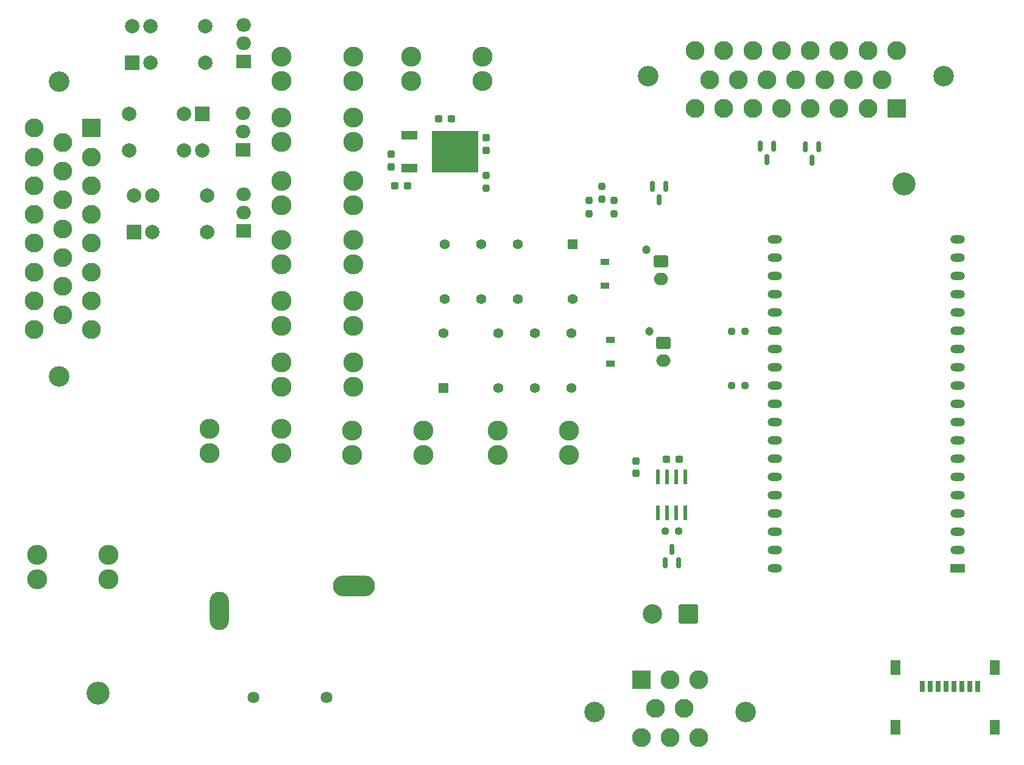
<source format=gbr>
%TF.GenerationSoftware,KiCad,Pcbnew,(6.0.1-0)*%
%TF.CreationDate,2023-02-28T13:23:54-05:00*%
%TF.ProjectId,rear-control-board,72656172-2d63-46f6-9e74-726f6c2d626f,rev?*%
%TF.SameCoordinates,Original*%
%TF.FileFunction,Soldermask,Top*%
%TF.FilePolarity,Negative*%
%FSLAX46Y46*%
G04 Gerber Fmt 4.6, Leading zero omitted, Abs format (unit mm)*
G04 Created by KiCad (PCBNEW (6.0.1-0)) date 2023-02-28 13:23:54*
%MOMM*%
%LPD*%
G01*
G04 APERTURE LIST*
G04 Aperture macros list*
%AMRoundRect*
0 Rectangle with rounded corners*
0 $1 Rounding radius*
0 $2 $3 $4 $5 $6 $7 $8 $9 X,Y pos of 4 corners*
0 Add a 4 corners polygon primitive as box body*
4,1,4,$2,$3,$4,$5,$6,$7,$8,$9,$2,$3,0*
0 Add four circle primitives for the rounded corners*
1,1,$1+$1,$2,$3*
1,1,$1+$1,$4,$5*
1,1,$1+$1,$6,$7*
1,1,$1+$1,$8,$9*
0 Add four rect primitives between the rounded corners*
20,1,$1+$1,$2,$3,$4,$5,0*
20,1,$1+$1,$4,$5,$6,$7,0*
20,1,$1+$1,$6,$7,$8,$9,0*
20,1,$1+$1,$8,$9,$2,$3,0*%
G04 Aperture macros list end*
%ADD10C,2.780000*%
%ADD11C,3.200000*%
%ADD12R,1.200000X0.900000*%
%ADD13R,2.000000X1.905000*%
%ADD14O,2.000000X1.905000*%
%ADD15R,0.800000X1.500000*%
%ADD16R,1.450000X2.000000*%
%ADD17RoundRect,0.237500X-0.300000X-0.237500X0.300000X-0.237500X0.300000X0.237500X-0.300000X0.237500X0*%
%ADD18RoundRect,0.041300X-0.253700X0.943700X-0.253700X-0.943700X0.253700X-0.943700X0.253700X0.943700X0*%
%ADD19R,1.400000X1.400000*%
%ADD20C,1.400000*%
%ADD21R,2.000000X1.200000*%
%ADD22O,2.000000X1.200000*%
%ADD23C,1.200000*%
%ADD24RoundRect,0.250000X-0.750000X0.600000X-0.750000X-0.600000X0.750000X-0.600000X0.750000X0.600000X0*%
%ADD25O,2.000000X1.700000*%
%ADD26C,1.635000*%
%ADD27O,2.670000X5.340000*%
%ADD28O,5.850000X2.925000*%
%ADD29C,2.850000*%
%ADD30R,2.625000X2.625000*%
%ADD31C,2.625000*%
%ADD32RoundRect,0.237500X-0.237500X0.250000X-0.237500X-0.250000X0.237500X-0.250000X0.237500X0.250000X0*%
%ADD33R,2.000000X2.000000*%
%ADD34C,2.000000*%
%ADD35RoundRect,0.237500X-0.237500X0.287500X-0.237500X-0.287500X0.237500X-0.287500X0.237500X0.287500X0*%
%ADD36RoundRect,0.237500X0.237500X-0.250000X0.237500X0.250000X-0.237500X0.250000X-0.237500X-0.250000X0*%
%ADD37RoundRect,0.237500X0.300000X0.237500X-0.300000X0.237500X-0.300000X-0.237500X0.300000X-0.237500X0*%
%ADD38RoundRect,0.237500X0.237500X-0.300000X0.237500X0.300000X-0.237500X0.300000X-0.237500X-0.300000X0*%
%ADD39RoundRect,0.150000X0.150000X-0.587500X0.150000X0.587500X-0.150000X0.587500X-0.150000X-0.587500X0*%
%ADD40RoundRect,0.237500X0.250000X0.237500X-0.250000X0.237500X-0.250000X-0.237500X0.250000X-0.237500X0*%
%ADD41RoundRect,0.150000X-0.150000X0.587500X-0.150000X-0.587500X0.150000X-0.587500X0.150000X0.587500X0*%
%ADD42RoundRect,0.250001X1.099999X1.099999X-1.099999X1.099999X-1.099999X-1.099999X1.099999X-1.099999X0*%
%ADD43C,2.700000*%
%ADD44R,2.200000X1.200000*%
%ADD45R,6.400000X5.800000*%
G04 APERTURE END LIST*
D10*
%TO.C,F6*%
X105960000Y-67300000D03*
X105960000Y-70700000D03*
X96040000Y-70700000D03*
X96040000Y-67300000D03*
%TD*%
D11*
%TO.C,H1*%
X182500000Y-85000000D03*
%TD*%
%TO.C,H2*%
X70500000Y-155750000D03*
%TD*%
D12*
%TO.C,D5*%
X141750000Y-110001115D03*
X141750000Y-106701115D03*
%TD*%
D13*
%TO.C,D10*%
X90750000Y-91500000D03*
D14*
X90750000Y-88960000D03*
X90750000Y-86420000D03*
%TD*%
D10*
%TO.C,F1*%
X114040000Y-67300000D03*
X114040000Y-70700000D03*
X123960000Y-67300000D03*
X123960000Y-70700000D03*
%TD*%
D15*
%TO.C,J7*%
X185050000Y-154872500D03*
X186150000Y-154872500D03*
X187250000Y-154872500D03*
X188350000Y-154872500D03*
X189450000Y-154872500D03*
X190550000Y-154872500D03*
X191650000Y-154872500D03*
X192750000Y-154872500D03*
D16*
X181375000Y-160572500D03*
X181375000Y-152272500D03*
X195125000Y-152272500D03*
X195125000Y-160572500D03*
%TD*%
D10*
%TO.C,F9*%
X86040000Y-119050000D03*
X86040000Y-122450000D03*
X95960000Y-119050000D03*
X95960000Y-122450000D03*
%TD*%
D17*
%TO.C,C12*%
X149525000Y-123250000D03*
X151250000Y-123250000D03*
%TD*%
D18*
%TO.C,U4*%
X152155000Y-125775000D03*
X150885000Y-125775000D03*
X149615000Y-125775000D03*
X148345000Y-125775000D03*
X148345000Y-130725000D03*
X149615000Y-130725000D03*
X150885000Y-130725000D03*
X152155000Y-130725000D03*
%TD*%
D19*
%TO.C,K2*%
X136500000Y-93351115D03*
D20*
X128880000Y-93351115D03*
X123800000Y-93351115D03*
X118720000Y-93351115D03*
X118720000Y-100971115D03*
X123800000Y-100971115D03*
X128880000Y-100971115D03*
X136500000Y-100971115D03*
%TD*%
D21*
%TO.C,U1*%
X189950000Y-138403440D03*
D22*
X189950000Y-135863440D03*
X189950000Y-133323440D03*
X189950000Y-130783440D03*
X189950000Y-128243440D03*
X189950000Y-125703440D03*
X189950000Y-123163440D03*
X189950000Y-120623440D03*
X189950000Y-118083440D03*
X189950000Y-115543440D03*
X189950000Y-113003440D03*
X189950000Y-110463440D03*
X189950000Y-107923440D03*
X189950000Y-105383440D03*
X189950000Y-102843440D03*
X189950000Y-100303440D03*
X189950000Y-97763440D03*
X189950000Y-95223440D03*
X189950000Y-92683440D03*
X164553680Y-92686160D03*
X164553680Y-95226160D03*
X164550000Y-97763440D03*
X164550000Y-100303440D03*
X164550000Y-102843440D03*
X164550000Y-105383440D03*
X164550000Y-107923440D03*
X164550000Y-110463440D03*
X164550000Y-113003440D03*
X164550000Y-115543440D03*
X164550000Y-118083440D03*
X164550000Y-120623440D03*
X164550000Y-123163440D03*
X164550000Y-125703440D03*
X164550000Y-128243440D03*
X164550000Y-130783440D03*
X164550000Y-133323440D03*
X164550000Y-135863440D03*
X164550000Y-138403440D03*
%TD*%
D23*
%TO.C,J4*%
X146750000Y-94150000D03*
D24*
X148750000Y-95750000D03*
D25*
X148750000Y-98250000D03*
%TD*%
D26*
%TO.C,K1*%
X102277550Y-156344100D03*
X92117550Y-156344100D03*
D27*
X87337550Y-144334100D03*
D28*
X106087550Y-140904100D03*
%TD*%
D10*
%TO.C,F4*%
X105960000Y-96200000D03*
X105960000Y-92800000D03*
X96040000Y-92800000D03*
X96040000Y-96200000D03*
%TD*%
D29*
%TO.C,J3*%
X160500000Y-158437500D03*
X139500000Y-158437500D03*
D30*
X146000000Y-153937500D03*
D31*
X150000000Y-153937500D03*
X154000000Y-153937500D03*
X148000000Y-157937500D03*
X152000000Y-157937500D03*
X146000000Y-161937500D03*
X150000000Y-161937500D03*
X154000000Y-161937500D03*
%TD*%
D32*
%TO.C,R1*%
X140500000Y-85337500D03*
X140500000Y-87162500D03*
%TD*%
%TO.C,R9*%
X142250000Y-87337500D03*
X142250000Y-89162500D03*
%TD*%
D33*
%TO.C,K6*%
X85000000Y-75250000D03*
D34*
X82460000Y-75250000D03*
X74840000Y-75250000D03*
X74840000Y-80330000D03*
X82460000Y-80330000D03*
X85000000Y-80330000D03*
%TD*%
D35*
%TO.C,D1*%
X111250000Y-80850000D03*
X111250000Y-82600000D03*
%TD*%
D10*
%TO.C,F8*%
X105960000Y-84550000D03*
X105960000Y-87950000D03*
X96040000Y-84550000D03*
X96040000Y-87950000D03*
%TD*%
D36*
%TO.C,R3*%
X138750000Y-89162500D03*
X138750000Y-87337500D03*
%TD*%
D33*
%TO.C,K5*%
X75542500Y-91657500D03*
D34*
X78082500Y-91657500D03*
X85702500Y-91657500D03*
X85702500Y-86577500D03*
X78082500Y-86577500D03*
X75542500Y-86577500D03*
%TD*%
D37*
%TO.C,C4*%
X113500000Y-85250000D03*
X111775000Y-85250000D03*
%TD*%
D38*
%TO.C,C8*%
X145250000Y-125225000D03*
X145250000Y-123500000D03*
%TD*%
D13*
%TO.C,D11*%
X90695000Y-80290000D03*
D14*
X90695000Y-77750000D03*
X90695000Y-75210000D03*
%TD*%
D12*
%TO.C,D4*%
X141000000Y-99150000D03*
X141000000Y-95850000D03*
%TD*%
D10*
%TO.C,F7*%
X105960000Y-104700000D03*
X105960000Y-101300000D03*
X96040000Y-104700000D03*
X96040000Y-101300000D03*
%TD*%
D39*
%TO.C,D9*%
X149300000Y-137687500D03*
X151200000Y-137687500D03*
X150250000Y-135812500D03*
%TD*%
D40*
%TO.C,R4*%
X160412500Y-105500000D03*
X158587500Y-105500000D03*
%TD*%
D33*
%TO.C,K4*%
X75292500Y-68127583D03*
D34*
X77832500Y-68127583D03*
X85452500Y-68127583D03*
X85452500Y-63047583D03*
X77832500Y-63047583D03*
X75292500Y-63047583D03*
%TD*%
D41*
%TO.C,D6*%
X170700000Y-79812500D03*
X168800000Y-79812500D03*
X169750000Y-81687500D03*
%TD*%
D10*
%TO.C,F10*%
X126040000Y-122700000D03*
X126040000Y-119300000D03*
X135960000Y-119300000D03*
X135960000Y-122700000D03*
%TD*%
D40*
%TO.C,R6*%
X151162500Y-133250000D03*
X149337500Y-133250000D03*
%TD*%
D23*
%TO.C,J5*%
X147117500Y-105501115D03*
D24*
X149117500Y-107101115D03*
D25*
X149117500Y-109601115D03*
%TD*%
D10*
%TO.C,F11*%
X71960000Y-136550000D03*
X71960000Y-139950000D03*
X62040000Y-139950000D03*
X62040000Y-136550000D03*
%TD*%
%TO.C,F2*%
X105960000Y-75800000D03*
X105960000Y-79200000D03*
X96040000Y-79200000D03*
X96040000Y-75800000D03*
%TD*%
D19*
%TO.C,K3*%
X118560000Y-113376115D03*
D20*
X126180000Y-113376115D03*
X131260000Y-113376115D03*
X136340000Y-113376115D03*
X136340000Y-105756115D03*
X131260000Y-105756115D03*
X126180000Y-105756115D03*
X118560000Y-105756115D03*
%TD*%
D29*
%TO.C,J1*%
X65087500Y-111750000D03*
X65087500Y-70750000D03*
D30*
X69587500Y-77250000D03*
D31*
X69587500Y-81250000D03*
X69587500Y-85250000D03*
X69587500Y-89250000D03*
X69587500Y-93250000D03*
X69587500Y-97250000D03*
X69587500Y-101250000D03*
X69587500Y-105250000D03*
X65587500Y-79250000D03*
X65587500Y-83250000D03*
X65587500Y-87250000D03*
X65587500Y-91250000D03*
X65587500Y-95250000D03*
X65587500Y-99250000D03*
X65587500Y-103250000D03*
X61587500Y-77250000D03*
X61587500Y-81250000D03*
X61587500Y-85250000D03*
X61587500Y-89250000D03*
X61587500Y-93250000D03*
X61587500Y-97250000D03*
X61587500Y-101250000D03*
X61587500Y-105250000D03*
%TD*%
D40*
%TO.C,R7*%
X160412500Y-113000000D03*
X158587500Y-113000000D03*
%TD*%
D10*
%TO.C,F5*%
X105960000Y-109800000D03*
X105960000Y-113200000D03*
X96040000Y-113200000D03*
X96040000Y-109800000D03*
%TD*%
D17*
%TO.C,C1*%
X117862500Y-75975000D03*
X119587500Y-75975000D03*
%TD*%
D10*
%TO.C,F3*%
X105790000Y-119300000D03*
X105790000Y-122700000D03*
X115710000Y-119300000D03*
X115710000Y-122700000D03*
%TD*%
D36*
%TO.C,R2*%
X124475000Y-85637500D03*
X124475000Y-83812500D03*
%TD*%
D29*
%TO.C,J2*%
X188000000Y-70000000D03*
X147000000Y-70000000D03*
D30*
X181500000Y-74500000D03*
D31*
X177500000Y-74500000D03*
X173500000Y-74500000D03*
X169500000Y-74500000D03*
X165500000Y-74500000D03*
X161500000Y-74500000D03*
X157500000Y-74500000D03*
X153500000Y-74500000D03*
X179500000Y-70500000D03*
X175500000Y-70500000D03*
X171500000Y-70500000D03*
X167500000Y-70500000D03*
X163500000Y-70500000D03*
X159500000Y-70500000D03*
X155500000Y-70500000D03*
X181500000Y-66500000D03*
X177500000Y-66500000D03*
X173500000Y-66500000D03*
X169500000Y-66500000D03*
X165500000Y-66500000D03*
X161500000Y-66500000D03*
X157500000Y-66500000D03*
X153500000Y-66500000D03*
%TD*%
D42*
%TO.C,J6*%
X152527500Y-144800000D03*
D43*
X147527500Y-144800000D03*
%TD*%
D35*
%TO.C,D8*%
X124475000Y-78600000D03*
X124475000Y-80350000D03*
%TD*%
D41*
%TO.C,Q1*%
X149450000Y-85312500D03*
X147550000Y-85312500D03*
X148500000Y-87187500D03*
%TD*%
D44*
%TO.C,U2*%
X113800000Y-78220000D03*
D45*
X120100000Y-80500000D03*
D44*
X113800000Y-82780000D03*
%TD*%
D13*
%TO.C,D12*%
X90750000Y-68000000D03*
D14*
X90750000Y-62920000D03*
X90750000Y-65460000D03*
%TD*%
D41*
%TO.C,D2*%
X164450000Y-79750000D03*
X162550000Y-79750000D03*
X163500000Y-81625000D03*
%TD*%
M02*

</source>
